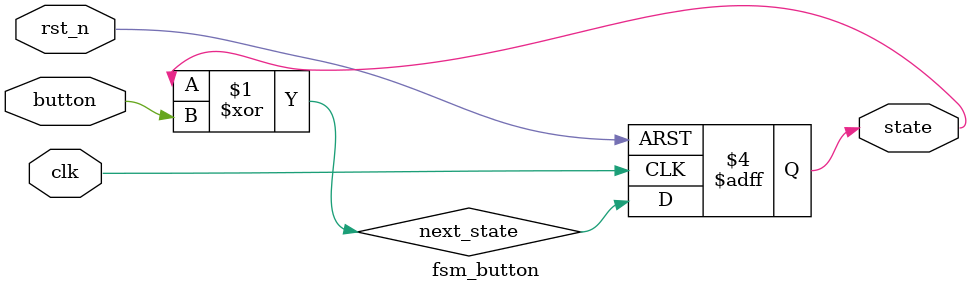
<source format=v>
`timescale 1ns / 1ps


module fsm_button(
    output reg state,
    input button,
    input clk,
    input rst_n
    );
    
    wire next_state;
    
    assign next_state = state ^ button;
    
    always @(posedge clk or negedge rst_n)
    begin
        if(rst_n == 0)
            state <= 1'b0;
        else
            state <= next_state;
    end
    
endmodule

</source>
